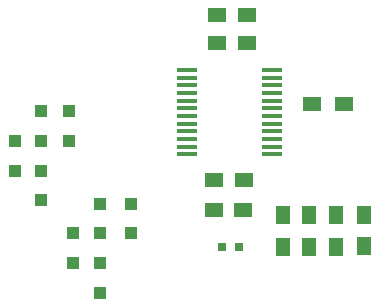
<source format=gbr>
G04 #@! TF.FileFunction,Paste,Top*
%FSLAX46Y46*%
G04 Gerber Fmt 4.6, Leading zero omitted, Abs format (unit mm)*
G04 Created by KiCad (PCBNEW 4.0.6+dfsg1-1) date Tue Feb 13 22:00:55 2018*
%MOMM*%
%LPD*%
G01*
G04 APERTURE LIST*
%ADD10C,0.100000*%
%ADD11R,1.500000X1.250000*%
%ADD12R,0.800000X0.750000*%
%ADD13R,1.300000X1.500000*%
%ADD14R,1.500000X1.300000*%
%ADD15R,1.750000X0.450000*%
%ADD16R,1.000000X1.000000*%
G04 APERTURE END LIST*
D10*
D11*
X149000000Y-88050000D03*
X146500000Y-88050000D03*
X148750000Y-99650000D03*
X146250000Y-99650000D03*
D12*
X146875000Y-105300000D03*
X148375000Y-105300000D03*
D13*
X152050000Y-105300000D03*
X152050000Y-102600000D03*
X154300000Y-105300000D03*
X154300000Y-102600000D03*
X156550000Y-105300000D03*
X156550000Y-102600000D03*
X158900000Y-105275000D03*
X158900000Y-102575000D03*
D14*
X154500000Y-93200000D03*
X157200000Y-93200000D03*
D15*
X143900000Y-90325000D03*
X143900000Y-90975000D03*
X143900000Y-91625000D03*
X143900000Y-92275000D03*
X143900000Y-92925000D03*
X143900000Y-93575000D03*
X143900000Y-94225000D03*
X143900000Y-94875000D03*
X143900000Y-95525000D03*
X143900000Y-96175000D03*
X143900000Y-96825000D03*
X143900000Y-97475000D03*
X151100000Y-97475000D03*
X151100000Y-96825000D03*
X151100000Y-96175000D03*
X151100000Y-95525000D03*
X151100000Y-94875000D03*
X151100000Y-94225000D03*
X151100000Y-93575000D03*
X151100000Y-92925000D03*
X151100000Y-92275000D03*
X151100000Y-91625000D03*
X151100000Y-90975000D03*
X151100000Y-90325000D03*
D11*
X148700000Y-102175000D03*
X146200000Y-102175000D03*
D16*
X131600000Y-93825000D03*
X131600000Y-96325000D03*
X129375000Y-96350000D03*
X129375000Y-98850000D03*
X133975000Y-93825000D03*
X133975000Y-96325000D03*
X131600000Y-98875000D03*
X131600000Y-101375000D03*
X139225000Y-101675000D03*
X139225000Y-104175000D03*
X136550000Y-106700000D03*
X136550000Y-109200000D03*
X136575000Y-101675000D03*
X136575000Y-104175000D03*
X134275000Y-104175000D03*
X134275000Y-106675000D03*
D11*
X149000000Y-85675000D03*
X146500000Y-85675000D03*
M02*

</source>
